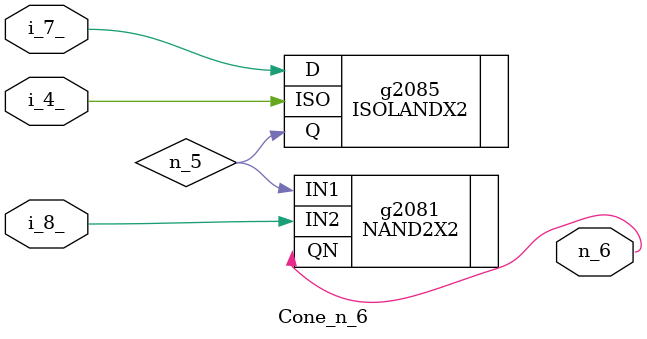
<source format=v>

module Cone_n_6 (n_6, i_4_, i_7_, i_8_ );
	input i_4_, i_7_, i_8_;
	output n_6;
	wire n_5;
	NAND2X2 g2081(.IN1 (n_5), .IN2 (i_8_), .QN (n_6));	ISOLANDX2 g2085(.ISO (i_4_), .D (i_7_), .Q (n_5));
endmodule


</source>
